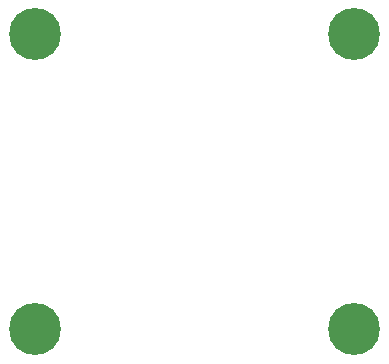
<source format=gtl>
G04 #@! TF.GenerationSoftware,KiCad,Pcbnew,(5.1.4)-1*
G04 #@! TF.CreationDate,2021-09-24T23:07:36-04:00*
G04 #@! TF.ProjectId,horizon-choc-top-plate,686f7269-7a6f-46e2-9d63-686f632d746f,rev?*
G04 #@! TF.SameCoordinates,Original*
G04 #@! TF.FileFunction,Copper,L1,Top*
G04 #@! TF.FilePolarity,Positive*
%FSLAX46Y46*%
G04 Gerber Fmt 4.6, Leading zero omitted, Abs format (unit mm)*
G04 Created by KiCad (PCBNEW (5.1.4)-1) date 2021-09-24 23:07:36*
%MOMM*%
%LPD*%
G04 APERTURE LIST*
%ADD10C,0.700000*%
%ADD11C,4.400000*%
G04 APERTURE END LIST*
D10*
X216666726Y-123333274D03*
X215500000Y-122850000D03*
X214333274Y-123333274D03*
X213850000Y-124500000D03*
X214333274Y-125666726D03*
X215500000Y-126150000D03*
X216666726Y-125666726D03*
X217150000Y-124500000D03*
D11*
X215500000Y-124500000D03*
D10*
X189666726Y-123333274D03*
X188500000Y-122850000D03*
X187333274Y-123333274D03*
X186850000Y-124500000D03*
X187333274Y-125666726D03*
X188500000Y-126150000D03*
X189666726Y-125666726D03*
X190150000Y-124500000D03*
D11*
X188500000Y-124500000D03*
D10*
X216666726Y-98333274D03*
X215500000Y-97850000D03*
X214333274Y-98333274D03*
X213850000Y-99500000D03*
X214333274Y-100666726D03*
X215500000Y-101150000D03*
X216666726Y-100666726D03*
X217150000Y-99500000D03*
D11*
X215500000Y-99500000D03*
D10*
X189666726Y-98333274D03*
X188500000Y-97850000D03*
X187333274Y-98333274D03*
X186850000Y-99500000D03*
X187333274Y-100666726D03*
X188500000Y-101150000D03*
X189666726Y-100666726D03*
X190150000Y-99500000D03*
D11*
X188500000Y-99500000D03*
M02*

</source>
